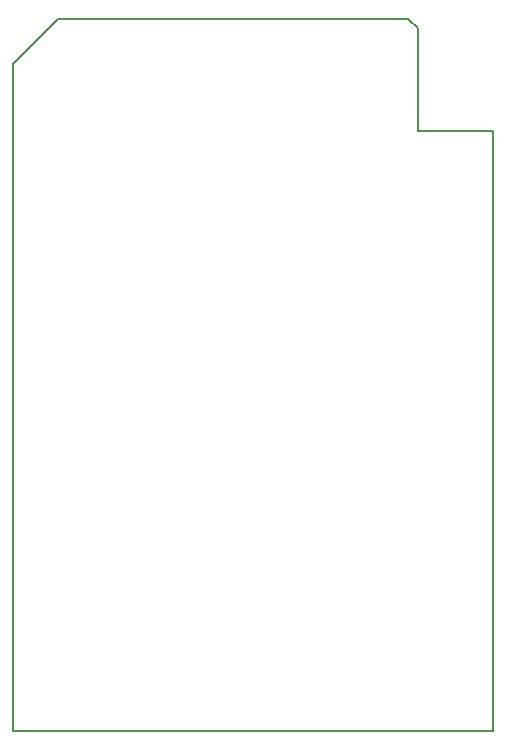
<source format=gm1>
G04 #@! TF.FileFunction,Profile,NP*
%FSLAX46Y46*%
G04 Gerber Fmt 4.6, Leading zero omitted, Abs format (unit mm)*
G04 Created by KiCad (PCBNEW 4.0.5) date Sunday, 19 February 2017 'PMt' 19:45:40*
%MOMM*%
%LPD*%
G01*
G04 APERTURE LIST*
%ADD10C,0.100000*%
%ADD11C,0.150000*%
G04 APERTURE END LIST*
D10*
D11*
X162460000Y-45480000D02*
X161640000Y-44680000D01*
X128170000Y-105010000D02*
X128170000Y-48495000D01*
X168810000Y-54210000D02*
X168810000Y-105010000D01*
X131980000Y-44685000D02*
X128170000Y-48495000D01*
X161640000Y-44685000D02*
X131980000Y-44685000D01*
X162460000Y-54210000D02*
X162460000Y-45480000D01*
X168810000Y-54210000D02*
X162460000Y-54210000D01*
X128170000Y-105010000D02*
X168810000Y-105010000D01*
M02*

</source>
